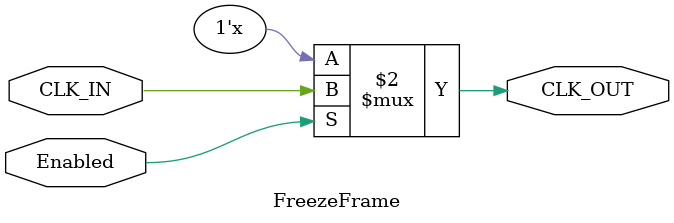
<source format=v>
module FreezeFrame(
	input		Enabled,
	
	input			CLK_IN,
	output		CLK_OUT
);

always @* begin
	if (Enabled) begin
		CLK_OUT <= CLK_IN;
	end
end

endmodule

</source>
